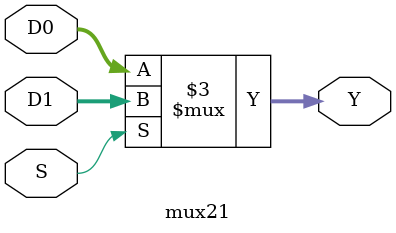
<source format=v>
module mux21(
    input wire [31:0] D0, D1,
    input wire S,
    output [31:0] Y
    );

    always @(D0 or D1 or S)
    begin
        if(S)
            Y = D1;
        else
            Y = D0;
    end
endmodule
</source>
